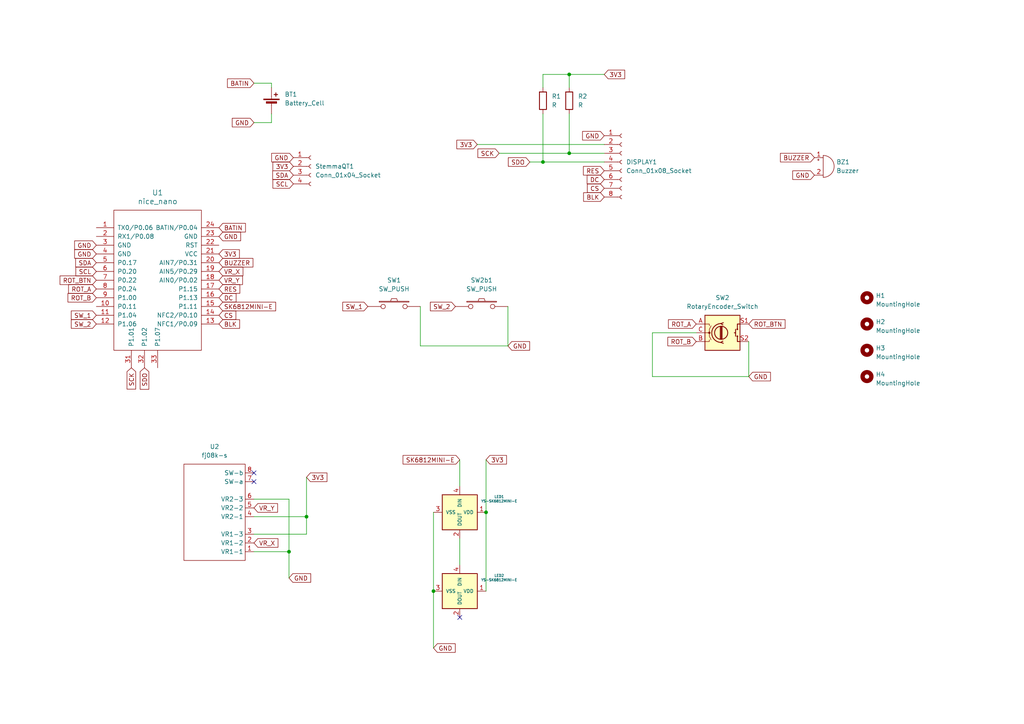
<source format=kicad_sch>
(kicad_sch (version 20250114) (generator "eeschema") (generator_version "9.0")
  (paper "A4")
  (lib_symbols
    (symbol "Connector:Conn_01x04_Socket" (pin_names (offset 1.016) (hide yes))
      (property "Reference" "J" (at 0 5.08 0))
      (property "Value" "Conn_01x04_Socket" (at 0 -7.62 0))
      (symbol "Conn_01x04_Socket_1_1"
        (polyline (pts (xy -1.27 2.54) (xy -0.508 2.54)) (stroke (width 0.1524)))
        (polyline (pts (xy -1.27 0) (xy -0.508 0)) (stroke (width 0.1524)))
        (polyline (pts (xy -1.27 -2.54) (xy -0.508 -2.54)) (stroke (width 0.1524)))
        (polyline (pts (xy -1.27 -5.08) (xy -0.508 -5.08)) (stroke (width 0.1524)))
        (arc (start 0 2.032) (mid -0.5058 2.54) (end 0 3.048) (stroke (width 0.1524)))
        (arc (start 0 -0.508) (mid -0.5058 0) (end 0 0.508) (stroke (width 0.1524)))
        (arc (start 0 -3.048) (mid -0.5058 -2.54) (end 0 -2.032) (stroke (width 0.1524)))
        (arc (start 0 -5.588) (mid -0.5058 -5.08) (end 0 -4.572) (stroke (width 0.1524)))
        (pin passive line (at -5.08 2.54 0) (length 3.81) (name "Pin_1") (number "1"))
        (pin passive line (at -5.08 0 0) (length 3.81) (name "Pin_2") (number "2"))
        (pin passive line (at -5.08 -2.54 0) (length 3.81) (name "Pin_3") (number "3"))
        (pin passive line (at -5.08 -5.08 0) (length 3.81) (name "Pin_4") (number "4"))
      )
    )
    (symbol "Connector:Conn_01x08_Socket" (pin_names (offset 1.016) (hide yes))
      (property "Reference" "J" (at 0 10.16 0))
      (property "Value" "Conn_01x08_Socket" (at 0 -12.7 0))
      (symbol "Conn_01x08_Socket_1_1"
        (polyline (pts (xy -1.27 7.62) (xy -0.508 7.62)) (stroke (width 0.1524)))
        (polyline (pts (xy -1.27 5.08) (xy -0.508 5.08)) (stroke (width 0.1524)))
        (polyline (pts (xy -1.27 2.54) (xy -0.508 2.54)) (stroke (width 0.1524)))
        (polyline (pts (xy -1.27 0) (xy -0.508 0)) (stroke (width 0.1524)))
        (polyline (pts (xy -1.27 -2.54) (xy -0.508 -2.54)) (stroke (width 0.1524)))
        (polyline (pts (xy -1.27 -5.08) (xy -0.508 -5.08)) (stroke (width 0.1524)))
        (polyline (pts (xy -1.27 -7.62) (xy -0.508 -7.62)) (stroke (width 0.1524)))
        (polyline (pts (xy -1.27 -10.16) (xy -0.508 -10.16)) (stroke (width 0.1524)))
        (arc (start 0 7.112) (mid -0.5058 7.62) (end 0 8.128) (stroke (width 0.1524)))
        (arc (start 0 4.572) (mid -0.5058 5.08) (end 0 5.588) (stroke (width 0.1524)))
        (arc (start 0 2.032) (mid -0.5058 2.54) (end 0 3.048) (stroke (width 0.1524)))
        (arc (start 0 -0.508) (mid -0.5058 0) (end 0 0.508) (stroke (width 0.1524)))
        (arc (start 0 -3.048) (mid -0.5058 -2.54) (end 0 -2.032) (stroke (width 0.1524)))
        (arc (start 0 -5.588) (mid -0.5058 -5.08) (end 0 -4.572) (stroke (width 0.1524)))
        (arc (start 0 -8.128) (mid -0.5058 -7.62) (end 0 -7.112) (stroke (width 0.1524)))
        (arc (start 0 -10.668) (mid -0.5058 -10.16) (end 0 -9.652) (stroke (width 0.1524)))
        (pin passive line (at -5.08 7.62 0) (length 3.81) (name "Pin_1") (number "1"))
        (pin passive line (at -5.08 5.08 0) (length 3.81) (name "Pin_2") (number "2"))
        (pin passive line (at -5.08 2.54 0) (length 3.81) (name "Pin_3") (number "3"))
        (pin passive line (at -5.08 0 0) (length 3.81) (name "Pin_4") (number "4"))
        (pin passive line (at -5.08 -2.54 0) (length 3.81) (name "Pin_5") (number "5"))
        (pin passive line (at -5.08 -5.08 0) (length 3.81) (name "Pin_6") (number "6"))
        (pin passive line (at -5.08 -7.62 0) (length 3.81) (name "Pin_7") (number "7"))
        (pin passive line (at -5.08 -10.16 0) (length 3.81) (name "Pin_8") (number "8"))
      )
    )
    (symbol "Device:Battery_Cell" (pin_numbers (hide yes)) (pin_names (offset 0) (hide yes))
      (property "Reference" "BT" (at 2.54 2.54 0))
      (property "Value" "Battery_Cell" (at 2.54 0 0))
      (symbol "Battery_Cell_0_1"
        (rectangle (start -2.286 1.778) (end 2.286 1.524) (fill (type outline)))
        (rectangle (start -1.524 1.016) (end 1.524 0.508) (fill (type outline)))
        (polyline (pts (xy 0 1.778) (xy 0 2.54)))
        (polyline (pts (xy 0 0.762) (xy 0 0)))
        (polyline (pts (xy 0.762 3.048) (xy 1.778 3.048)) (stroke (width 0.254)))
        (polyline (pts (xy 1.27 3.556) (xy 1.27 2.54)) (stroke (width 0.254)))
      )
      (symbol "Battery_Cell_1_1"
        (pin passive line (at 0 5.08 270) (length 2.54) (name "+") (number "1"))
        (pin passive line (at 0 -2.54 90) (length 2.54) (name "-") (number "2"))
      )
    )
    (symbol "Device:Buzzer" (pin_names (offset 0.0254) (hide yes))
      (property "Reference" "BZ" (at 3.81 1.27 0))
      (property "Value" "Buzzer" (at 3.81 -1.27 0))
      (symbol "Buzzer_0_1"
        (polyline (pts (xy -1.651 1.905) (xy -1.143 1.905)))
        (polyline (pts (xy -1.397 2.159) (xy -1.397 1.651)))
        (arc (start 0 3.175) (mid 3.1612 0) (end 0 -3.175))
        (polyline (pts (xy 0 3.175) (xy 0 -3.175)))
      )
      (symbol "Buzzer_1_1"
        (pin passive line (at -2.54 2.54 0) (length 2.54) (name "+") (number "1"))
        (pin passive line (at -2.54 -2.54 0) (length 2.54) (name "-") (number "2"))
      )
    )
    (symbol "Device:R" (pin_numbers (hide yes)) (pin_names (offset 0))
      (property "Reference" "R" (at 2.032 0 90))
      (property "Value" "R" (at 0 0 90))
      (symbol "R_0_1"
        (rectangle (start -1.016 -2.54) (end 1.016 2.54) (stroke (width 0.254)))
      )
      (symbol "R_1_1"
        (pin passive line (at 0 3.81 270) (length 1.27) (name "~") (number "1"))
        (pin passive line (at 0 -3.81 90) (length 1.27) (name "~") (number "2"))
      )
    )
    (symbol "Device:RotaryEncoder_Switch" (pin_names (offset 0.254) (hide yes))
      (property "Reference" "SW" (at 0 6.604 0))
      (property "Value" "RotaryEncoder_Switch" (at 0 -6.604 0))
      (symbol "RotaryEncoder_Switch_0_1"
        (rectangle (start -5.08 5.08) (end 5.08 -5.08) (stroke (width 0.254)) (fill (type background)))
        (polyline (pts (xy -5.08 2.54) (xy -3.81 2.54) (xy -3.81 2.032)))
        (polyline (pts (xy -5.08 0) (xy -3.81 0) (xy -3.81 -1.016) (xy -3.302 -2.032)))
        (polyline (pts (xy -5.08 -2.54) (xy -3.81 -2.54) (xy -3.81 -2.032)))
        (polyline (pts (xy -4.318 0) (xy -3.81 0) (xy -3.81 1.016) (xy -3.302 2.032)))
        (circle (center -3.81 0) (radius 0.254) (fill (type outline)))
        (polyline (pts (xy -0.635 -1.778) (xy -0.635 1.778)) (stroke (width 0.254)))
        (circle (center -0.381 0) (radius 1.905) (stroke (width 0.254)))
        (polyline (pts (xy -0.381 -1.778) (xy -0.381 1.778)) (stroke (width 0.254)))
        (arc (start -0.381 -2.794) (mid -3.0988 -0.0635) (end -0.381 2.667) (stroke (width 0.254)))
        (polyline (pts (xy -0.127 1.778) (xy -0.127 -1.778)) (stroke (width 0.254)))
        (polyline (pts (xy 0.254 2.921) (xy -0.508 2.667) (xy 0.127 2.286)) (stroke (width 0.254)))
        (polyline (pts (xy 0.254 -3.048) (xy -0.508 -2.794) (xy 0.127 -2.413)) (stroke (width 0.254)))
        (polyline (pts (xy 3.81 1.016) (xy 3.81 -1.016)) (stroke (width 0.254)))
        (polyline (pts (xy 3.81 0) (xy 3.429 0)) (stroke (width 0.254)))
        (circle (center 4.318 1.016) (radius 0.127) (stroke (width 0.254)))
        (circle (center 4.318 -1.016) (radius 0.127) (stroke (width 0.254)))
        (polyline (pts (xy 5.08 2.54) (xy 4.318 2.54) (xy 4.318 1.016)) (stroke (width 0.254)))
        (polyline (pts (xy 5.08 -2.54) (xy 4.318 -2.54) (xy 4.318 -1.016)) (stroke (width 0.254)))
      )
      (symbol "RotaryEncoder_Switch_1_1"
        (pin passive line (at -7.62 2.54 0) (length 2.54) (name "A") (number "A"))
        (pin passive line (at -7.62 0 0) (length 2.54) (name "C") (number "C"))
        (pin passive line (at -7.62 -2.54 0) (length 2.54) (name "B") (number "B"))
        (pin passive line (at 7.62 2.54 180) (length 2.54) (name "S1") (number "S1"))
        (pin passive line (at 7.62 -2.54 180) (length 2.54) (name "S2") (number "S2"))
      )
    )
    (symbol "Mechanical:MountingHole" (pin_names (offset 1.016))
      (property "Reference" "H" (at 0 5.08 0))
      (property "Value" "MountingHole" (at 0 3.175 0))
      (symbol "MountingHole_0_1"
        (circle (center 0 0) (radius 1.27) (stroke (width 1.27)))
      )
    )
    (symbol "foostan/kbd:SW_PUSH" (pin_numbers (hide yes)) (pin_names (offset 1.016) (hide yes))
      (property "Reference" "SW" (at 3.81 2.794 0))
      (property "Value" "SW_PUSH" (at 0 -2.032 0))
      (symbol "SW_PUSH_0_1"
        (rectangle (start -4.318 1.27) (end 4.318 1.524))
        (polyline (pts (xy -1.016 1.524) (xy -0.762 2.286) (xy 0.762 2.286) (xy 1.016 1.524)))
        (pin passive inverted (at -7.62 0 0) (length 5.08) (name "1") (number "1"))
        (pin passive inverted (at 7.62 0 180) (length 5.08) (name "2") (number "2"))
      )
    )
    (symbol "foostan/kbd:YS-SK6812MINI-E" (pin_names (offset 1.016))
      (property "Reference" "LED" (at 2.54 -7.62 0))
      (property "Value" "YS-SK6812MINI-E" (at 6.35 -6.35 0))
      (symbol "YS-SK6812MINI-E_0_1"
        (rectangle (start -5.08 5.08) (end 5.08 -5.08) (stroke (width 0.254)) (fill (type background)))
      )
      (symbol "YS-SK6812MINI-E_1_1"
        (pin input line (at -7.62 0 0) (length 2.54) (name "DIN") (number "4"))
        (pin power_in line (at 0 7.62 270) (length 2.54) (name "VDD") (number "1"))
        (pin power_in line (at 0 -7.62 90) (length 2.54) (name "VSS") (number "3"))
        (pin output line (at 7.62 0 180) (length 2.54) (name "DOUT") (number "2"))
      )
    )
    (symbol "nice_nano:nice_nano" (pin_names (offset 1.016))
      (property "Reference" "U" (at 0 0 0))
      (property "Value" "nice_nano" (at 0 2.54 0))
      (symbol "nice_nano_0_1"
        (rectangle (start -12.7 -21.59) (end 12.7 19.05))
      )
      (symbol "nice_nano_1_1"
        (pin input line (at -17.78 13.97 0) (length 5.08) (name "TX0/P0.06") (number "1"))
        (pin input line (at -17.78 11.43 0) (length 5.08) (name "RX1/P0.08") (number "2"))
        (pin input line (at -17.78 8.89 0) (length 5.08) (name "GND") (number "3"))
        (pin input line (at -17.78 6.35 0) (length 5.08) (name "GND") (number "4"))
        (pin input line (at -17.78 3.81 0) (length 5.08) (name "P0.17") (number "5"))
        (pin input line (at -17.78 1.27 0) (length 5.08) (name "P0.20") (number "6"))
        (pin input line (at -17.78 -1.27 0) (length 5.08) (name "P0.22") (number "7"))
        (pin input line (at -17.78 -3.81 0) (length 5.08) (name "P0.24") (number "8"))
        (pin input line (at -17.78 -6.35 0) (length 5.08) (name "P1.00") (number "9"))
        (pin input line (at -17.78 -8.89 0) (length 5.08) (name "P0.11") (number "10"))
        (pin input line (at -17.78 -11.43 0) (length 5.08) (name "P1.04") (number "11"))
        (pin input line (at -17.78 -13.97 0) (length 5.08) (name "P1.06") (number "12"))
        (pin input line (at -7.62 -26.67 90) (length 5.08) (name "P1.01") (number "31"))
        (pin input line (at -3.81 -26.67 90) (length 5.08) (name "P1.02") (number "32"))
        (pin input line (at 0 -26.67 90) (length 5.08) (name "P1.07") (number "33"))
        (pin input line (at 17.78 13.97 180) (length 5.08) (name "BATIN/P0.04") (number "24"))
        (pin input line (at 17.78 11.43 180) (length 5.08) (name "GND") (number "23"))
        (pin input line (at 17.78 8.89 180) (length 5.08) (name "RST") (number "22"))
        (pin input line (at 17.78 6.35 180) (length 5.08) (name "VCC") (number "21"))
        (pin input line (at 17.78 3.81 180) (length 5.08) (name "AIN7/P0.31") (number "20"))
        (pin input line (at 17.78 1.27 180) (length 5.08) (name "AIN5/P0.29") (number "19"))
        (pin input line (at 17.78 -1.27 180) (length 5.08) (name "AIN0/P0.02") (number "18"))
        (pin input line (at 17.78 -3.81 180) (length 5.08) (name "P1.15") (number "17"))
        (pin input line (at 17.78 -6.35 180) (length 5.08) (name "P1.13") (number "16"))
        (pin input line (at 17.78 -8.89 180) (length 5.08) (name "P1.11") (number "15"))
        (pin input line (at 17.78 -11.43 180) (length 5.08) (name "NFC2/P0.10") (number "14"))
        (pin input line (at 17.78 -13.97 180) (length 5.08) (name "NFC1/P0.09") (number "13"))
      )
    )
    (symbol "sglib:fj08k-s"
      (property "Reference" "U" (at 0 -5.08 0))
      (property "Value" "fj08k-s" (at 0 -7.62 0))
      (symbol "fj08k-s_0_1"
        (rectangle (start -20.32 25.4) (end -2.54 -2.54))
      )
      (symbol "fj08k-s_1_1"
        (pin input line (at 0 22.86 180) (length 2.54) (name "SW-b") (number "8"))
        (pin input line (at 0 20.32 180) (length 2.54) (name "SW-a") (number "7"))
        (pin input line (at 0 15.24 180) (length 2.54) (name "VR2-3") (number "6"))
        (pin input line (at 0 12.7 180) (length 2.54) (name "VR2-2") (number "5"))
        (pin input line (at 0 10.16 180) (length 2.54) (name "VR2-1") (number "4"))
        (pin input line (at 0 5.08 180) (length 2.54) (name "VR1-3") (number "3"))
        (pin input line (at 0 2.54 180) (length 2.54) (name "VR1-2") (number "2"))
        (pin input line (at 0 0 180) (length 2.54) (name "VR1-1") (number "1"))
      )
    )
  )
  (junction (at 165.1 44.45))
  (junction (at 83.82 160.02))
  (junction (at 157.48 46.99))
  (junction (at 140.97 148.59))
  (junction (at 165.1 21.59))
  (junction (at 88.9 149.86))
  (junction (at 125.73 171.45))
  (no_connect (at 133.35 179.07))
  (no_connect (at 73.66 139.7))
  (no_connect (at 73.66 137.16))
  (wire (pts (xy 189.23 96.52) (xy 189.23 109.22)))
  (wire (pts (xy 73.66 154.94) (xy 88.9 154.94)))
  (wire (pts (xy 153.67 46.99) (xy 157.48 46.99)))
  (wire (pts (xy 133.35 133.35) (xy 133.35 140.97)))
  (wire (pts (xy 125.73 148.59) (xy 125.73 171.45)))
  (wire (pts (xy 78.74 35.56) (xy 73.66 35.56)))
  (wire (pts (xy 83.82 160.02) (xy 83.82 167.64)))
  (wire (pts (xy 147.32 100.33) (xy 147.32 88.9)))
  (wire (pts (xy 73.66 149.86) (xy 88.9 149.86)))
  (wire (pts (xy 201.93 96.52) (xy 189.23 96.52)))
  (wire (pts (xy 165.1 44.45) (xy 175.26 44.45)))
  (wire (pts (xy 140.97 133.35) (xy 140.97 148.59)))
  (wire (pts (xy 121.92 100.33) (xy 147.32 100.33)))
  (wire (pts (xy 157.48 25.4) (xy 157.48 21.59)))
  (wire (pts (xy 73.66 24.13) (xy 78.74 24.13)))
  (wire (pts (xy 121.92 88.9) (xy 121.92 100.33)))
  (wire (pts (xy 189.23 109.22) (xy 217.17 109.22)))
  (wire (pts (xy 88.9 154.94) (xy 88.9 149.86)))
  (wire (pts (xy 157.48 21.59) (xy 165.1 21.59)))
  (wire (pts (xy 133.35 163.83) (xy 133.35 156.21)))
  (wire (pts (xy 78.74 33.02) (xy 78.74 35.56)))
  (wire (pts (xy 138.43 41.91) (xy 175.26 41.91)))
  (wire (pts (xy 144.78 44.45) (xy 165.1 44.45)))
  (wire (pts (xy 125.73 171.45) (xy 125.73 187.96)))
  (wire (pts (xy 140.97 148.59) (xy 140.97 171.45)))
  (wire (pts (xy 78.74 24.13) (xy 78.74 25.4)))
  (wire (pts (xy 73.66 160.02) (xy 83.82 160.02)))
  (wire (pts (xy 83.82 144.78) (xy 83.82 160.02)))
  (wire (pts (xy 157.48 46.99) (xy 175.26 46.99)))
  (wire (pts (xy 217.17 109.22) (xy 217.17 99.06)))
  (wire (pts (xy 165.1 33.02) (xy 165.1 44.45)))
  (wire (pts (xy 88.9 149.86) (xy 88.9 138.43)))
  (wire (pts (xy 73.66 144.78) (xy 83.82 144.78)))
  (wire (pts (xy 165.1 21.59) (xy 165.1 25.4)))
  (wire (pts (xy 157.48 33.02) (xy 157.48 46.99)))
  (wire (pts (xy 165.1 21.59) (xy 175.26 21.59)))
  (global_label "RES" (shape input) (at 63.5 83.82 0) (property "Intersheetrefs" "${INTERSHEET_REFS}" (effects (hide yes))))
  (global_label "ROT_B" (shape input) (at 201.93 99.06 180) (property "Intersheetrefs" "${INTERSHEET_REFS}" (effects (hide yes))))
  (global_label "VR_X" (shape input) (at 63.5 78.74 0) (property "Intersheetrefs" "${INTERSHEET_REFS}" (effects (hide yes))))
  (global_label "CS" (shape input) (at 63.5 91.44 0) (property "Intersheetrefs" "${INTERSHEET_REFS}" (effects (hide yes))))
  (global_label "GND" (shape input) (at 73.66 35.56 180) (property "Intersheetrefs" "${INTERSHEET_REFS}" (effects (hide yes))))
  (global_label "VR_Y" (shape input) (at 63.5 81.28 0) (property "Intersheetrefs" "${INTERSHEET_REFS}" (effects (hide yes))))
  (global_label "ROT_A" (shape input) (at 201.93 93.98 180) (property "Intersheetrefs" "${INTERSHEET_REFS}" (effects (hide yes))))
  (global_label "RES" (shape input) (at 175.26 49.53 180) (property "Intersheetrefs" "${INTERSHEET_REFS}" (effects (hide yes))))
  (global_label "VR_X" (shape input) (at 73.66 157.48 0) (property "Intersheetrefs" "${INTERSHEET_REFS}" (effects (hide yes))))
  (global_label "GND" (shape input) (at 85.09 45.72 180) (property "Intersheetrefs" "${INTERSHEET_REFS}" (effects (hide yes))))
  (global_label "DC" (shape input) (at 63.5 86.36 0) (property "Intersheetrefs" "${INTERSHEET_REFS}" (effects (hide yes))))
  (global_label "GND" (shape input) (at 217.17 109.22 0) (property "Intersheetrefs" "${INTERSHEET_REFS}" (effects (hide yes))))
  (global_label "DC" (shape input) (at 175.26 52.07 180) (property "Intersheetrefs" "${INTERSHEET_REFS}" (effects (hide yes))))
  (global_label "3V3" (shape input) (at 138.43 41.91 180) (property "Intersheetrefs" "${INTERSHEET_REFS}" (effects (hide yes))))
  (global_label "SW_2" (shape input) (at 132.08 88.9 180) (property "Intersheetrefs" "${INTERSHEET_REFS}" (effects (hide yes))))
  (global_label "GND" (shape input) (at 236.22 50.8 180) (property "Intersheetrefs" "${INTERSHEET_REFS}" (effects (hide yes))))
  (global_label "SCL" (shape input) (at 27.94 78.74 180) (property "Intersheetrefs" "${INTERSHEET_REFS}" (effects (hide yes))))
  (global_label "BUZZER" (shape input) (at 236.22 45.72 180) (property "Intersheetrefs" "${INTERSHEET_REFS}" (effects (hide yes))))
  (global_label "SDO" (shape input) (at 41.91 106.68 270) (property "Intersheetrefs" "${INTERSHEET_REFS}" (effects (hide yes))))
  (global_label "SW_1" (shape input) (at 27.94 91.44 180) (property "Intersheetrefs" "${INTERSHEET_REFS}" (effects (hide yes))))
  (global_label "ROT_B" (shape input) (at 27.94 86.36 180) (property "Intersheetrefs" "${INTERSHEET_REFS}" (effects (hide yes))))
  (global_label "3V3" (shape input) (at 63.5 73.66 0) (property "Intersheetrefs" "${INTERSHEET_REFS}" (effects (hide yes))))
  (global_label "GND" (shape input) (at 175.26 39.37 180) (property "Intersheetrefs" "${INTERSHEET_REFS}" (effects (hide yes))))
  (global_label "SK6812MINI-E" (shape input) (at 133.35 133.35 180) (property "Intersheetrefs" "${INTERSHEET_REFS}" (effects (hide yes))))
  (global_label "3V3" (shape input) (at 85.09 48.26 180) (property "Intersheetrefs" "${INTERSHEET_REFS}" (effects (hide yes))))
  (global_label "3V3" (shape input) (at 140.97 133.35 0) (property "Intersheetrefs" "${INTERSHEET_REFS}" (effects (hide yes))))
  (global_label "3V3" (shape input) (at 88.9 138.43 0) (property "Intersheetrefs" "${INTERSHEET_REFS}" (effects (hide yes))))
  (global_label "SCK" (shape input) (at 38.1 106.68 270) (property "Intersheetrefs" "${INTERSHEET_REFS}" (effects (hide yes))))
  (global_label "GND" (shape input) (at 83.82 167.64 0) (property "Intersheetrefs" "${INTERSHEET_REFS}" (effects (hide yes))))
  (global_label "SCK" (shape input) (at 144.78 44.45 180) (property "Intersheetrefs" "${INTERSHEET_REFS}" (effects (hide yes))))
  (global_label "SDA" (shape input) (at 85.09 50.8 180) (property "Intersheetrefs" "${INTERSHEET_REFS}" (effects (hide yes))))
  (global_label "BATIN" (shape input) (at 73.66 24.13 180) (property "Intersheetrefs" "${INTERSHEET_REFS}" (effects (hide yes))))
  (global_label "SDO" (shape input) (at 153.67 46.99 180) (property "Intersheetrefs" "${INTERSHEET_REFS}" (effects (hide yes))))
  (global_label "SDA" (shape input) (at 27.94 76.2 180) (property "Intersheetrefs" "${INTERSHEET_REFS}" (effects (hide yes))))
  (global_label "SK6812MINI-E" (shape input) (at 63.5 88.9 0) (property "Intersheetrefs" "${INTERSHEET_REFS}" (effects (hide yes))))
  (global_label "ROT_BTN" (shape input) (at 27.94 81.28 180) (property "Intersheetrefs" "${INTERSHEET_REFS}" (effects (hide yes))))
  (global_label "SW_1" (shape input) (at 106.68 88.9 180) (property "Intersheetrefs" "${INTERSHEET_REFS}" (effects (hide yes))))
  (global_label "ROT_A" (shape input) (at 27.94 83.82 180) (property "Intersheetrefs" "${INTERSHEET_REFS}" (effects (hide yes))))
  (global_label "BLK" (shape input) (at 175.26 57.15 180) (property "Intersheetrefs" "${INTERSHEET_REFS}" (effects (hide yes))))
  (global_label "BUZZER" (shape input) (at 63.5 76.2 0) (property "Intersheetrefs" "${INTERSHEET_REFS}" (effects (hide yes))))
  (global_label "BATIN" (shape input) (at 63.5 66.04 0) (property "Intersheetrefs" "${INTERSHEET_REFS}" (effects (hide yes))))
  (global_label "CS" (shape input) (at 175.26 54.61 180) (property "Intersheetrefs" "${INTERSHEET_REFS}" (effects (hide yes))))
  (global_label "VR_Y" (shape input) (at 73.66 147.32 0) (property "Intersheetrefs" "${INTERSHEET_REFS}" (effects (hide yes))))
  (global_label "GND" (shape input) (at 125.73 187.96 0) (property "Intersheetrefs" "${INTERSHEET_REFS}" (effects (hide yes))))
  (global_label "GND" (shape input) (at 63.5 68.58 0) (property "Intersheetrefs" "${INTERSHEET_REFS}" (effects (hide yes))))
  (global_label "SW_2" (shape input) (at 27.94 93.98 180) (property "Intersheetrefs" "${INTERSHEET_REFS}" (effects (hide yes))))
  (global_label "SCL" (shape input) (at 85.09 53.34 180) (property "Intersheetrefs" "${INTERSHEET_REFS}" (effects (hide yes))))
  (global_label "GND" (shape input) (at 147.32 100.33 0) (property "Intersheetrefs" "${INTERSHEET_REFS}" (effects (hide yes))))
  (global_label "BLK" (shape input) (at 63.5 93.98 0) (property "Intersheetrefs" "${INTERSHEET_REFS}" (effects (hide yes))))
  (global_label "GND" (shape input) (at 27.94 71.12 180) (property "Intersheetrefs" "${INTERSHEET_REFS}" (effects (hide yes))))
  (global_label "3V3" (shape input) (at 175.26 21.59 0) (property "Intersheetrefs" "${INTERSHEET_REFS}" (effects (hide yes))))
  (global_label "GND" (shape input) (at 27.94 73.66 180) (property "Intersheetrefs" "${INTERSHEET_REFS}" (effects (hide yes))))
  (global_label "ROT_BTN" (shape input) (at 217.17 93.98 0) (property "Intersheetrefs" "${INTERSHEET_REFS}" (effects (hide yes))))
  (symbol (lib_id "sglib:fj08k-s") (at 73.66 160.02 0) (unit 1)
    (property "Reference" "U2" (at 62.23 129.54 0))
    (property "Value" "fj08k-s" (at 62.23 132.08 0))
    (property "Footprint" "sglib:FJ08K-S" (effects (hide yes)))
  )
  (symbol (lib_id "Mechanical:MountingHole") (at 251.46 101.6 0) (unit 1)
    (property "Reference" "H3" (at 254 100.965 0) (effects (justify left)))
    (property "Value" "MountingHole" (at 254 103.505 0) (effects (justify left)))
    (property "Footprint" "foostan/kbd:M2_HOLE_v2" (effects (hide yes)))
  )
  (symbol (lib_id "Device:Battery_Cell") (at 78.74 30.48 0) (unit 1)
    (property "Reference" "BT1" (at 82.55 27.3684 0) (effects (justify left)))
    (property "Value" "Battery_Cell" (at 82.55 29.9084 0) (effects (justify left)))
    (property "Footprint" "Connector_PinHeader_2.00mm:PinHeader_2x01_P2.00mm_Vertical" (effects (hide yes)))
    (property "Description" "Single-cell battery" (effects (hide yes)))
    (property "Sim.Device" "V" (effects (hide yes)))
    (property "Sim.Type" "DC" (effects (hide yes)))
    (property "Sim.Pins" "1=+ 2=-" (effects (hide yes)))
  )
  (symbol (lib_id "Mechanical:MountingHole") (at 251.46 109.22 0) (unit 1)
    (property "Reference" "H4" (at 254 108.585 0) (effects (justify left)))
    (property "Value" "MountingHole" (at 254 111.125 0) (effects (justify left)))
    (property "Footprint" "foostan/kbd:M2_HOLE_v2" (effects (hide yes)))
  )
  (symbol (lib_id "Device:Buzzer") (at 238.76 48.26 0) (unit 1)
    (property "Reference" "BZ1" (at 242.57 46.9899 0) (effects (justify left)))
    (property "Value" "Buzzer" (at 242.57 49.5299 0) (effects (justify left)))
    (property "Footprint" "sglib:buzzer 5.5mm" (effects (hide yes)))
    (property "Description" "Buzzer, polarized" (effects (hide yes)))
  )
  (symbol (lib_id "foostan/kbd:YS-SK6812MINI-E") (at 133.35 148.59 270) (unit 1)
    (property "Reference" "LED1" (at 144.78 144.0749 90) (effects (font (size 0.7366 0.7366))))
    (property "Value" "YS-SK6812MINI-E" (at 144.78 145.3449 90) (effects (font (size 0.7366 0.7366))))
    (property "Footprint" "foostan/kbd:YS-SK6812MINI-E" (effects (hide yes)))
  )
  (symbol (lib_id "Connector:Conn_01x08_Socket") (at 180.34 46.99 0) (unit 1)
    (property "Reference" "DISPLAY1" (at 181.61 46.9899 0) (effects (justify left)))
    (property "Value" "Conn_01x08_Socket" (at 181.61 49.5299 0) (effects (justify left)))
    (property "Footprint" "Connector_PinHeader_2.54mm:PinHeader_1x08_P2.54mm_Vertical" (effects (hide yes)))
    (property "Description" "Generic connector, single row, 01x08, script generated" (effects (hide yes)))
  )
  (symbol (lib_id "Device:RotaryEncoder_Switch") (at 209.55 96.52 0) (unit 1)
    (property "Reference" "SW2" (at 209.55 86.36 0))
    (property "Value" "RotaryEncoder_Switch" (at 209.55 88.9 0))
    (property "Footprint" "Rotary_Encoder:RotaryEncoder_Alps_EC11E-Switch_Vertical_H20mm" (effects (hide yes)))
    (property "Description" "Rotary encoder, dual channel, incremental quadrate outputs, with switch" (effects (hide yes)))
  )
  (symbol (lib_id "Mechanical:MountingHole") (at 251.46 86.36 0) (unit 1)
    (property "Reference" "H1" (at 254 85.725 0) (effects (justify left)))
    (property "Value" "MountingHole" (at 254 88.265 0) (effects (justify left)))
    (property "Footprint" "foostan/kbd:M2_HOLE_v2" (effects (hide yes)))
  )
  (symbol (lib_id "foostan/kbd:SW_PUSH") (at 139.7 88.9 0) (unit 1)
    (property "Reference" "SW2b1" (at 139.7 81.28 0))
    (property "Value" "SW_PUSH" (at 139.7 83.82 0))
    (property "Footprint" "foostan/kbd:CherryMX_Hotswap" (effects (hide yes)))
  )
  (symbol (lib_id "nice_nano:nice_nano") (at 45.72 80.01 0) (unit 1)
    (property "Reference" "U1" (at 45.72 55.88 0) (effects (font (size 1.524 1.524))))
    (property "Value" "nice_nano" (at 45.72 58.42 0) (effects (font (size 1.524 1.524))))
    (property "Footprint" "gophers:nice_nano" (effects (hide yes)))
  )
  (symbol (lib_id "foostan/kbd:SW_PUSH") (at 114.3 88.9 0) (unit 1)
    (property "Reference" "SW1" (at 114.3 81.28 0))
    (property "Value" "SW_PUSH" (at 114.3 83.82 0))
    (property "Footprint" "foostan/kbd:CherryMX_Hotswap" (effects (hide yes)))
  )
  (symbol (lib_id "Mechanical:MountingHole") (at 251.46 93.98 0) (unit 1)
    (property "Reference" "H2" (at 254 93.345 0) (effects (justify left)))
    (property "Value" "MountingHole" (at 254 95.885 0) (effects (justify left)))
    (property "Footprint" "foostan/kbd:M2_HOLE_v2" (effects (hide yes)))
  )
  (symbol (lib_id "Connector:Conn_01x04_Socket") (at 90.17 48.26 0) (unit 1)
    (property "Reference" "StemmaQT1" (at 91.44 48.2599 0) (effects (justify left)))
    (property "Value" "Conn_01x04_Socket" (at 91.44 50.7999 0) (effects (justify left)))
    (property "Footprint" "Connector_JST:JST_SH_SM04B-SRSS-TB_1x04-1MP_P1.00mm_Horizontal" (effects (hide yes)))
    (property "Description" "Generic connector, single row, 01x04, script generated" (effects (hide yes)))
  )
  (symbol (lib_id "foostan/kbd:YS-SK6812MINI-E") (at 133.35 171.45 270) (unit 1)
    (property "Reference" "LED2" (at 144.78 166.9349 90) (effects (font (size 0.7366 0.7366))))
    (property "Value" "YS-SK6812MINI-E" (at 144.78 168.2049 90) (effects (font (size 0.7366 0.7366))))
    (property "Footprint" "foostan/kbd:YS-SK6812MINI-E" (effects (hide yes)))
  )
  (symbol (lib_id "Device:R") (at 157.48 29.21 0) (unit 1)
    (property "Reference" "R1" (at 160.02 27.9399 0) (effects (justify left)))
    (property "Value" "R" (at 160.02 30.4799 0) (effects (justify left)))
    (property "Footprint" "Resistor_THT:R_Axial_DIN0207_L6.3mm_D2.5mm_P10.16mm_Horizontal" (effects (hide yes)))
    (property "Description" "Resistor" (effects (hide yes)))
  )
  (symbol (lib_id "Device:R") (at 165.1 29.21 0) (unit 1)
    (property "Reference" "R2" (at 167.64 27.9399 0) (effects (justify left)))
    (property "Value" "R" (at 167.64 30.4799 0) (effects (justify left)))
    (property "Footprint" "Resistor_THT:R_Axial_DIN0207_L6.3mm_D2.5mm_P10.16mm_Horizontal" (effects (hide yes)))
    (property "Description" "Resistor" (effects (hide yes)))
  )
)
</source>
